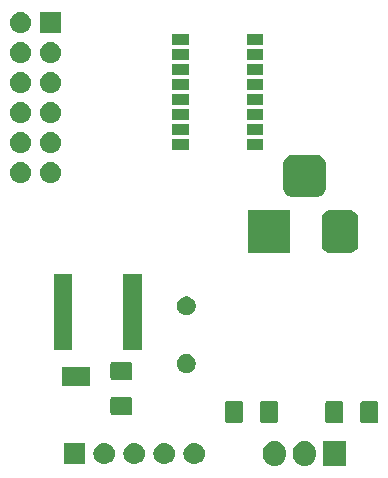
<source format=gbr>
G04 #@! TF.GenerationSoftware,KiCad,Pcbnew,(5.1.4)-1*
G04 #@! TF.CreationDate,2019-11-16T21:39:15+01:00*
G04 #@! TF.ProjectId,LEDClockControl,4c454443-6c6f-4636-9b43-6f6e74726f6c,rev?*
G04 #@! TF.SameCoordinates,Original*
G04 #@! TF.FileFunction,Soldermask,Top*
G04 #@! TF.FilePolarity,Negative*
%FSLAX46Y46*%
G04 Gerber Fmt 4.6, Leading zero omitted, Abs format (unit mm)*
G04 Created by KiCad (PCBNEW (5.1.4)-1) date 2019-11-16 21:39:15*
%MOMM*%
%LPD*%
G04 APERTURE LIST*
%ADD10C,0.100000*%
G04 APERTURE END LIST*
D10*
G36*
X176156720Y-130463520D02*
G01*
X176345881Y-130520901D01*
X176520212Y-130614083D01*
X176673015Y-130739485D01*
X176798417Y-130892288D01*
X176842182Y-130974167D01*
X176891598Y-131066617D01*
X176891599Y-131066620D01*
X176948980Y-131255781D01*
X176963500Y-131403207D01*
X176963500Y-131596794D01*
X176948980Y-131744220D01*
X176891599Y-131933381D01*
X176798417Y-132107712D01*
X176673015Y-132260515D01*
X176520212Y-132385917D01*
X176438333Y-132429682D01*
X176345883Y-132479098D01*
X176345880Y-132479099D01*
X176156719Y-132536480D01*
X175960000Y-132555855D01*
X175763280Y-132536480D01*
X175574119Y-132479099D01*
X175399788Y-132385917D01*
X175246985Y-132260515D01*
X175121583Y-132107712D01*
X175065609Y-132002991D01*
X175028402Y-131933383D01*
X175002036Y-131846466D01*
X174971020Y-131744219D01*
X174956500Y-131596793D01*
X174956500Y-131403206D01*
X174971020Y-131255780D01*
X175028401Y-131066619D01*
X175121583Y-130892288D01*
X175246985Y-130739485D01*
X175399788Y-130614083D01*
X175574120Y-130520901D01*
X175763281Y-130463520D01*
X175960000Y-130444145D01*
X176156720Y-130463520D01*
X176156720Y-130463520D01*
G37*
G36*
X178696720Y-130463520D02*
G01*
X178885881Y-130520901D01*
X179060212Y-130614083D01*
X179213015Y-130739485D01*
X179338417Y-130892288D01*
X179382182Y-130974167D01*
X179431598Y-131066617D01*
X179431599Y-131066620D01*
X179488980Y-131255781D01*
X179503500Y-131403207D01*
X179503500Y-131596794D01*
X179488980Y-131744220D01*
X179431599Y-131933381D01*
X179338417Y-132107712D01*
X179213015Y-132260515D01*
X179060212Y-132385917D01*
X178978333Y-132429682D01*
X178885883Y-132479098D01*
X178885880Y-132479099D01*
X178696719Y-132536480D01*
X178500000Y-132555855D01*
X178303280Y-132536480D01*
X178114119Y-132479099D01*
X177939788Y-132385917D01*
X177786985Y-132260515D01*
X177661583Y-132107712D01*
X177605609Y-132002991D01*
X177568402Y-131933383D01*
X177542036Y-131846466D01*
X177511020Y-131744219D01*
X177496500Y-131596793D01*
X177496500Y-131403206D01*
X177511020Y-131255780D01*
X177568401Y-131066619D01*
X177661583Y-130892288D01*
X177786985Y-130739485D01*
X177939788Y-130614083D01*
X178114120Y-130520901D01*
X178303281Y-130463520D01*
X178500000Y-130444145D01*
X178696720Y-130463520D01*
X178696720Y-130463520D01*
G37*
G36*
X182043500Y-132551000D02*
G01*
X180036500Y-132551000D01*
X180036500Y-130449000D01*
X182043500Y-130449000D01*
X182043500Y-132551000D01*
X182043500Y-132551000D01*
G37*
G36*
X159901000Y-132401000D02*
G01*
X158099000Y-132401000D01*
X158099000Y-130599000D01*
X159901000Y-130599000D01*
X159901000Y-132401000D01*
X159901000Y-132401000D01*
G37*
G36*
X161650443Y-130605519D02*
G01*
X161716627Y-130612037D01*
X161886466Y-130663557D01*
X162042991Y-130747222D01*
X162078729Y-130776552D01*
X162180186Y-130859814D01*
X162263448Y-130961271D01*
X162292778Y-130997009D01*
X162376443Y-131153534D01*
X162427963Y-131323373D01*
X162445359Y-131500000D01*
X162427963Y-131676627D01*
X162376443Y-131846466D01*
X162292778Y-132002991D01*
X162263448Y-132038729D01*
X162180186Y-132140186D01*
X162078729Y-132223448D01*
X162042991Y-132252778D01*
X161886466Y-132336443D01*
X161716627Y-132387963D01*
X161650442Y-132394482D01*
X161584260Y-132401000D01*
X161495740Y-132401000D01*
X161429558Y-132394482D01*
X161363373Y-132387963D01*
X161193534Y-132336443D01*
X161037009Y-132252778D01*
X161001271Y-132223448D01*
X160899814Y-132140186D01*
X160816552Y-132038729D01*
X160787222Y-132002991D01*
X160703557Y-131846466D01*
X160652037Y-131676627D01*
X160634641Y-131500000D01*
X160652037Y-131323373D01*
X160703557Y-131153534D01*
X160787222Y-130997009D01*
X160816552Y-130961271D01*
X160899814Y-130859814D01*
X161001271Y-130776552D01*
X161037009Y-130747222D01*
X161193534Y-130663557D01*
X161363373Y-130612037D01*
X161429557Y-130605519D01*
X161495740Y-130599000D01*
X161584260Y-130599000D01*
X161650443Y-130605519D01*
X161650443Y-130605519D01*
G37*
G36*
X164190443Y-130605519D02*
G01*
X164256627Y-130612037D01*
X164426466Y-130663557D01*
X164582991Y-130747222D01*
X164618729Y-130776552D01*
X164720186Y-130859814D01*
X164803448Y-130961271D01*
X164832778Y-130997009D01*
X164916443Y-131153534D01*
X164967963Y-131323373D01*
X164985359Y-131500000D01*
X164967963Y-131676627D01*
X164916443Y-131846466D01*
X164832778Y-132002991D01*
X164803448Y-132038729D01*
X164720186Y-132140186D01*
X164618729Y-132223448D01*
X164582991Y-132252778D01*
X164426466Y-132336443D01*
X164256627Y-132387963D01*
X164190442Y-132394482D01*
X164124260Y-132401000D01*
X164035740Y-132401000D01*
X163969558Y-132394482D01*
X163903373Y-132387963D01*
X163733534Y-132336443D01*
X163577009Y-132252778D01*
X163541271Y-132223448D01*
X163439814Y-132140186D01*
X163356552Y-132038729D01*
X163327222Y-132002991D01*
X163243557Y-131846466D01*
X163192037Y-131676627D01*
X163174641Y-131500000D01*
X163192037Y-131323373D01*
X163243557Y-131153534D01*
X163327222Y-130997009D01*
X163356552Y-130961271D01*
X163439814Y-130859814D01*
X163541271Y-130776552D01*
X163577009Y-130747222D01*
X163733534Y-130663557D01*
X163903373Y-130612037D01*
X163969557Y-130605519D01*
X164035740Y-130599000D01*
X164124260Y-130599000D01*
X164190443Y-130605519D01*
X164190443Y-130605519D01*
G37*
G36*
X166730443Y-130605519D02*
G01*
X166796627Y-130612037D01*
X166966466Y-130663557D01*
X167122991Y-130747222D01*
X167158729Y-130776552D01*
X167260186Y-130859814D01*
X167343448Y-130961271D01*
X167372778Y-130997009D01*
X167456443Y-131153534D01*
X167507963Y-131323373D01*
X167525359Y-131500000D01*
X167507963Y-131676627D01*
X167456443Y-131846466D01*
X167372778Y-132002991D01*
X167343448Y-132038729D01*
X167260186Y-132140186D01*
X167158729Y-132223448D01*
X167122991Y-132252778D01*
X166966466Y-132336443D01*
X166796627Y-132387963D01*
X166730442Y-132394482D01*
X166664260Y-132401000D01*
X166575740Y-132401000D01*
X166509558Y-132394482D01*
X166443373Y-132387963D01*
X166273534Y-132336443D01*
X166117009Y-132252778D01*
X166081271Y-132223448D01*
X165979814Y-132140186D01*
X165896552Y-132038729D01*
X165867222Y-132002991D01*
X165783557Y-131846466D01*
X165732037Y-131676627D01*
X165714641Y-131500000D01*
X165732037Y-131323373D01*
X165783557Y-131153534D01*
X165867222Y-130997009D01*
X165896552Y-130961271D01*
X165979814Y-130859814D01*
X166081271Y-130776552D01*
X166117009Y-130747222D01*
X166273534Y-130663557D01*
X166443373Y-130612037D01*
X166509557Y-130605519D01*
X166575740Y-130599000D01*
X166664260Y-130599000D01*
X166730443Y-130605519D01*
X166730443Y-130605519D01*
G37*
G36*
X169270443Y-130605519D02*
G01*
X169336627Y-130612037D01*
X169506466Y-130663557D01*
X169662991Y-130747222D01*
X169698729Y-130776552D01*
X169800186Y-130859814D01*
X169883448Y-130961271D01*
X169912778Y-130997009D01*
X169996443Y-131153534D01*
X170047963Y-131323373D01*
X170065359Y-131500000D01*
X170047963Y-131676627D01*
X169996443Y-131846466D01*
X169912778Y-132002991D01*
X169883448Y-132038729D01*
X169800186Y-132140186D01*
X169698729Y-132223448D01*
X169662991Y-132252778D01*
X169506466Y-132336443D01*
X169336627Y-132387963D01*
X169270442Y-132394482D01*
X169204260Y-132401000D01*
X169115740Y-132401000D01*
X169049558Y-132394482D01*
X168983373Y-132387963D01*
X168813534Y-132336443D01*
X168657009Y-132252778D01*
X168621271Y-132223448D01*
X168519814Y-132140186D01*
X168436552Y-132038729D01*
X168407222Y-132002991D01*
X168323557Y-131846466D01*
X168272037Y-131676627D01*
X168254641Y-131500000D01*
X168272037Y-131323373D01*
X168323557Y-131153534D01*
X168407222Y-130997009D01*
X168436552Y-130961271D01*
X168519814Y-130859814D01*
X168621271Y-130776552D01*
X168657009Y-130747222D01*
X168813534Y-130663557D01*
X168983373Y-130612037D01*
X169049557Y-130605519D01*
X169115740Y-130599000D01*
X169204260Y-130599000D01*
X169270443Y-130605519D01*
X169270443Y-130605519D01*
G37*
G36*
X173138062Y-127078181D02*
G01*
X173172981Y-127088774D01*
X173205163Y-127105976D01*
X173233373Y-127129127D01*
X173256524Y-127157337D01*
X173273726Y-127189519D01*
X173284319Y-127224438D01*
X173288500Y-127266895D01*
X173288500Y-128733105D01*
X173284319Y-128775562D01*
X173273726Y-128810481D01*
X173256524Y-128842663D01*
X173233373Y-128870873D01*
X173205163Y-128894024D01*
X173172981Y-128911226D01*
X173138062Y-128921819D01*
X173095605Y-128926000D01*
X171954395Y-128926000D01*
X171911938Y-128921819D01*
X171877019Y-128911226D01*
X171844837Y-128894024D01*
X171816627Y-128870873D01*
X171793476Y-128842663D01*
X171776274Y-128810481D01*
X171765681Y-128775562D01*
X171761500Y-128733105D01*
X171761500Y-127266895D01*
X171765681Y-127224438D01*
X171776274Y-127189519D01*
X171793476Y-127157337D01*
X171816627Y-127129127D01*
X171844837Y-127105976D01*
X171877019Y-127088774D01*
X171911938Y-127078181D01*
X171954395Y-127074000D01*
X173095605Y-127074000D01*
X173138062Y-127078181D01*
X173138062Y-127078181D01*
G37*
G36*
X176113062Y-127078181D02*
G01*
X176147981Y-127088774D01*
X176180163Y-127105976D01*
X176208373Y-127129127D01*
X176231524Y-127157337D01*
X176248726Y-127189519D01*
X176259319Y-127224438D01*
X176263500Y-127266895D01*
X176263500Y-128733105D01*
X176259319Y-128775562D01*
X176248726Y-128810481D01*
X176231524Y-128842663D01*
X176208373Y-128870873D01*
X176180163Y-128894024D01*
X176147981Y-128911226D01*
X176113062Y-128921819D01*
X176070605Y-128926000D01*
X174929395Y-128926000D01*
X174886938Y-128921819D01*
X174852019Y-128911226D01*
X174819837Y-128894024D01*
X174791627Y-128870873D01*
X174768476Y-128842663D01*
X174751274Y-128810481D01*
X174740681Y-128775562D01*
X174736500Y-128733105D01*
X174736500Y-127266895D01*
X174740681Y-127224438D01*
X174751274Y-127189519D01*
X174768476Y-127157337D01*
X174791627Y-127129127D01*
X174819837Y-127105976D01*
X174852019Y-127088774D01*
X174886938Y-127078181D01*
X174929395Y-127074000D01*
X176070605Y-127074000D01*
X176113062Y-127078181D01*
X176113062Y-127078181D01*
G37*
G36*
X181625562Y-127078181D02*
G01*
X181660481Y-127088774D01*
X181692663Y-127105976D01*
X181720873Y-127129127D01*
X181744024Y-127157337D01*
X181761226Y-127189519D01*
X181771819Y-127224438D01*
X181776000Y-127266895D01*
X181776000Y-128733105D01*
X181771819Y-128775562D01*
X181761226Y-128810481D01*
X181744024Y-128842663D01*
X181720873Y-128870873D01*
X181692663Y-128894024D01*
X181660481Y-128911226D01*
X181625562Y-128921819D01*
X181583105Y-128926000D01*
X180441895Y-128926000D01*
X180399438Y-128921819D01*
X180364519Y-128911226D01*
X180332337Y-128894024D01*
X180304127Y-128870873D01*
X180280976Y-128842663D01*
X180263774Y-128810481D01*
X180253181Y-128775562D01*
X180249000Y-128733105D01*
X180249000Y-127266895D01*
X180253181Y-127224438D01*
X180263774Y-127189519D01*
X180280976Y-127157337D01*
X180304127Y-127129127D01*
X180332337Y-127105976D01*
X180364519Y-127088774D01*
X180399438Y-127078181D01*
X180441895Y-127074000D01*
X181583105Y-127074000D01*
X181625562Y-127078181D01*
X181625562Y-127078181D01*
G37*
G36*
X184600562Y-127078181D02*
G01*
X184635481Y-127088774D01*
X184667663Y-127105976D01*
X184695873Y-127129127D01*
X184719024Y-127157337D01*
X184736226Y-127189519D01*
X184746819Y-127224438D01*
X184751000Y-127266895D01*
X184751000Y-128733105D01*
X184746819Y-128775562D01*
X184736226Y-128810481D01*
X184719024Y-128842663D01*
X184695873Y-128870873D01*
X184667663Y-128894024D01*
X184635481Y-128911226D01*
X184600562Y-128921819D01*
X184558105Y-128926000D01*
X183416895Y-128926000D01*
X183374438Y-128921819D01*
X183339519Y-128911226D01*
X183307337Y-128894024D01*
X183279127Y-128870873D01*
X183255976Y-128842663D01*
X183238774Y-128810481D01*
X183228181Y-128775562D01*
X183224000Y-128733105D01*
X183224000Y-127266895D01*
X183228181Y-127224438D01*
X183238774Y-127189519D01*
X183255976Y-127157337D01*
X183279127Y-127129127D01*
X183307337Y-127105976D01*
X183339519Y-127088774D01*
X183374438Y-127078181D01*
X183416895Y-127074000D01*
X184558105Y-127074000D01*
X184600562Y-127078181D01*
X184600562Y-127078181D01*
G37*
G36*
X163775562Y-126715681D02*
G01*
X163810481Y-126726274D01*
X163842663Y-126743476D01*
X163870873Y-126766627D01*
X163894024Y-126794837D01*
X163911226Y-126827019D01*
X163921819Y-126861938D01*
X163926000Y-126904395D01*
X163926000Y-128045605D01*
X163921819Y-128088062D01*
X163911226Y-128122981D01*
X163894024Y-128155163D01*
X163870873Y-128183373D01*
X163842663Y-128206524D01*
X163810481Y-128223726D01*
X163775562Y-128234319D01*
X163733105Y-128238500D01*
X162266895Y-128238500D01*
X162224438Y-128234319D01*
X162189519Y-128223726D01*
X162157337Y-128206524D01*
X162129127Y-128183373D01*
X162105976Y-128155163D01*
X162088774Y-128122981D01*
X162078181Y-128088062D01*
X162074000Y-128045605D01*
X162074000Y-126904395D01*
X162078181Y-126861938D01*
X162088774Y-126827019D01*
X162105976Y-126794837D01*
X162129127Y-126766627D01*
X162157337Y-126743476D01*
X162189519Y-126726274D01*
X162224438Y-126715681D01*
X162266895Y-126711500D01*
X163733105Y-126711500D01*
X163775562Y-126715681D01*
X163775562Y-126715681D01*
G37*
G36*
X160351000Y-125801000D02*
G01*
X157949000Y-125801000D01*
X157949000Y-124199000D01*
X160351000Y-124199000D01*
X160351000Y-125801000D01*
X160351000Y-125801000D01*
G37*
G36*
X163775562Y-123740681D02*
G01*
X163810481Y-123751274D01*
X163842663Y-123768476D01*
X163870873Y-123791627D01*
X163894024Y-123819837D01*
X163911226Y-123852019D01*
X163921819Y-123886938D01*
X163926000Y-123929395D01*
X163926000Y-125070605D01*
X163921819Y-125113062D01*
X163911226Y-125147981D01*
X163894024Y-125180163D01*
X163870873Y-125208373D01*
X163842663Y-125231524D01*
X163810481Y-125248726D01*
X163775562Y-125259319D01*
X163733105Y-125263500D01*
X162266895Y-125263500D01*
X162224438Y-125259319D01*
X162189519Y-125248726D01*
X162157337Y-125231524D01*
X162129127Y-125208373D01*
X162105976Y-125180163D01*
X162088774Y-125147981D01*
X162078181Y-125113062D01*
X162074000Y-125070605D01*
X162074000Y-123929395D01*
X162078181Y-123886938D01*
X162088774Y-123852019D01*
X162105976Y-123819837D01*
X162129127Y-123791627D01*
X162157337Y-123768476D01*
X162189519Y-123751274D01*
X162224438Y-123740681D01*
X162266895Y-123736500D01*
X163733105Y-123736500D01*
X163775562Y-123740681D01*
X163775562Y-123740681D01*
G37*
G36*
X168733642Y-123109781D02*
G01*
X168879414Y-123170162D01*
X168879416Y-123170163D01*
X169010608Y-123257822D01*
X169122178Y-123369392D01*
X169209837Y-123500584D01*
X169209838Y-123500586D01*
X169270219Y-123646358D01*
X169301000Y-123801107D01*
X169301000Y-123958893D01*
X169270219Y-124113642D01*
X169234862Y-124199000D01*
X169209837Y-124259416D01*
X169122178Y-124390608D01*
X169010608Y-124502178D01*
X168879416Y-124589837D01*
X168879415Y-124589838D01*
X168879414Y-124589838D01*
X168733642Y-124650219D01*
X168578893Y-124681000D01*
X168421107Y-124681000D01*
X168266358Y-124650219D01*
X168120586Y-124589838D01*
X168120585Y-124589838D01*
X168120584Y-124589837D01*
X167989392Y-124502178D01*
X167877822Y-124390608D01*
X167790163Y-124259416D01*
X167765138Y-124199000D01*
X167729781Y-124113642D01*
X167699000Y-123958893D01*
X167699000Y-123801107D01*
X167729781Y-123646358D01*
X167790162Y-123500586D01*
X167790163Y-123500584D01*
X167877822Y-123369392D01*
X167989392Y-123257822D01*
X168120584Y-123170163D01*
X168120586Y-123170162D01*
X168266358Y-123109781D01*
X168421107Y-123079000D01*
X168578893Y-123079000D01*
X168733642Y-123109781D01*
X168733642Y-123109781D01*
G37*
G36*
X164726000Y-122701000D02*
G01*
X163174000Y-122701000D01*
X163174000Y-116299000D01*
X164726000Y-116299000D01*
X164726000Y-122701000D01*
X164726000Y-122701000D01*
G37*
G36*
X158826000Y-122701000D02*
G01*
X157274000Y-122701000D01*
X157274000Y-116299000D01*
X158826000Y-116299000D01*
X158826000Y-122701000D01*
X158826000Y-122701000D01*
G37*
G36*
X168733642Y-118229781D02*
G01*
X168879414Y-118290162D01*
X168879416Y-118290163D01*
X169010608Y-118377822D01*
X169122178Y-118489392D01*
X169209837Y-118620584D01*
X169209838Y-118620586D01*
X169270219Y-118766358D01*
X169301000Y-118921107D01*
X169301000Y-119078893D01*
X169270219Y-119233642D01*
X169209838Y-119379414D01*
X169209837Y-119379416D01*
X169122178Y-119510608D01*
X169010608Y-119622178D01*
X168879416Y-119709837D01*
X168879415Y-119709838D01*
X168879414Y-119709838D01*
X168733642Y-119770219D01*
X168578893Y-119801000D01*
X168421107Y-119801000D01*
X168266358Y-119770219D01*
X168120586Y-119709838D01*
X168120585Y-119709838D01*
X168120584Y-119709837D01*
X167989392Y-119622178D01*
X167877822Y-119510608D01*
X167790163Y-119379416D01*
X167790162Y-119379414D01*
X167729781Y-119233642D01*
X167699000Y-119078893D01*
X167699000Y-118921107D01*
X167729781Y-118766358D01*
X167790162Y-118620586D01*
X167790163Y-118620584D01*
X167877822Y-118489392D01*
X167989392Y-118377822D01*
X168120584Y-118290163D01*
X168120586Y-118290162D01*
X168266358Y-118229781D01*
X168421107Y-118199000D01*
X168578893Y-118199000D01*
X168733642Y-118229781D01*
X168733642Y-118229781D01*
G37*
G36*
X177301000Y-114501000D02*
G01*
X173699000Y-114501000D01*
X173699000Y-110899000D01*
X177301000Y-110899000D01*
X177301000Y-114501000D01*
X177301000Y-114501000D01*
G37*
G36*
X182476979Y-110913293D02*
G01*
X182610625Y-110953834D01*
X182733784Y-111019664D01*
X182841740Y-111108260D01*
X182930336Y-111216216D01*
X182996166Y-111339375D01*
X183036707Y-111473021D01*
X183051000Y-111618140D01*
X183051000Y-113781860D01*
X183036707Y-113926979D01*
X182996166Y-114060625D01*
X182930336Y-114183784D01*
X182841740Y-114291740D01*
X182733784Y-114380336D01*
X182610625Y-114446166D01*
X182476979Y-114486707D01*
X182331860Y-114501000D01*
X180668140Y-114501000D01*
X180523021Y-114486707D01*
X180389375Y-114446166D01*
X180266216Y-114380336D01*
X180158260Y-114291740D01*
X180069664Y-114183784D01*
X180003834Y-114060625D01*
X179963293Y-113926979D01*
X179949000Y-113781860D01*
X179949000Y-111618140D01*
X179963293Y-111473021D01*
X180003834Y-111339375D01*
X180069664Y-111216216D01*
X180158260Y-111108260D01*
X180266216Y-111019664D01*
X180389375Y-110953834D01*
X180523021Y-110913293D01*
X180668140Y-110899000D01*
X182331860Y-110899000D01*
X182476979Y-110913293D01*
X182476979Y-110913293D01*
G37*
G36*
X179626366Y-106215695D02*
G01*
X179783460Y-106263349D01*
X179928231Y-106340731D01*
X180055128Y-106444872D01*
X180159269Y-106571769D01*
X180236651Y-106716540D01*
X180284305Y-106873634D01*
X180301000Y-107043140D01*
X180301000Y-108956860D01*
X180284305Y-109126366D01*
X180236651Y-109283460D01*
X180159269Y-109428231D01*
X180055128Y-109555128D01*
X179928231Y-109659269D01*
X179783460Y-109736651D01*
X179626366Y-109784305D01*
X179456860Y-109801000D01*
X177543140Y-109801000D01*
X177373634Y-109784305D01*
X177216540Y-109736651D01*
X177071769Y-109659269D01*
X176944872Y-109555128D01*
X176840731Y-109428231D01*
X176763349Y-109283460D01*
X176715695Y-109126366D01*
X176699000Y-108956860D01*
X176699000Y-107043140D01*
X176715695Y-106873634D01*
X176763349Y-106716540D01*
X176840731Y-106571769D01*
X176944872Y-106444872D01*
X177071769Y-106340731D01*
X177216540Y-106263349D01*
X177373634Y-106215695D01*
X177543140Y-106199000D01*
X179456860Y-106199000D01*
X179626366Y-106215695D01*
X179626366Y-106215695D01*
G37*
G36*
X157110443Y-106805519D02*
G01*
X157176627Y-106812037D01*
X157346466Y-106863557D01*
X157502991Y-106947222D01*
X157538729Y-106976552D01*
X157640186Y-107059814D01*
X157723448Y-107161271D01*
X157752778Y-107197009D01*
X157836443Y-107353534D01*
X157887963Y-107523373D01*
X157905359Y-107700000D01*
X157887963Y-107876627D01*
X157836443Y-108046466D01*
X157752778Y-108202991D01*
X157723448Y-108238729D01*
X157640186Y-108340186D01*
X157538729Y-108423448D01*
X157502991Y-108452778D01*
X157346466Y-108536443D01*
X157176627Y-108587963D01*
X157110443Y-108594481D01*
X157044260Y-108601000D01*
X156955740Y-108601000D01*
X156889557Y-108594481D01*
X156823373Y-108587963D01*
X156653534Y-108536443D01*
X156497009Y-108452778D01*
X156461271Y-108423448D01*
X156359814Y-108340186D01*
X156276552Y-108238729D01*
X156247222Y-108202991D01*
X156163557Y-108046466D01*
X156112037Y-107876627D01*
X156094641Y-107700000D01*
X156112037Y-107523373D01*
X156163557Y-107353534D01*
X156247222Y-107197009D01*
X156276552Y-107161271D01*
X156359814Y-107059814D01*
X156461271Y-106976552D01*
X156497009Y-106947222D01*
X156653534Y-106863557D01*
X156823373Y-106812037D01*
X156889557Y-106805519D01*
X156955740Y-106799000D01*
X157044260Y-106799000D01*
X157110443Y-106805519D01*
X157110443Y-106805519D01*
G37*
G36*
X154570443Y-106805519D02*
G01*
X154636627Y-106812037D01*
X154806466Y-106863557D01*
X154962991Y-106947222D01*
X154998729Y-106976552D01*
X155100186Y-107059814D01*
X155183448Y-107161271D01*
X155212778Y-107197009D01*
X155296443Y-107353534D01*
X155347963Y-107523373D01*
X155365359Y-107700000D01*
X155347963Y-107876627D01*
X155296443Y-108046466D01*
X155212778Y-108202991D01*
X155183448Y-108238729D01*
X155100186Y-108340186D01*
X154998729Y-108423448D01*
X154962991Y-108452778D01*
X154806466Y-108536443D01*
X154636627Y-108587963D01*
X154570443Y-108594481D01*
X154504260Y-108601000D01*
X154415740Y-108601000D01*
X154349557Y-108594481D01*
X154283373Y-108587963D01*
X154113534Y-108536443D01*
X153957009Y-108452778D01*
X153921271Y-108423448D01*
X153819814Y-108340186D01*
X153736552Y-108238729D01*
X153707222Y-108202991D01*
X153623557Y-108046466D01*
X153572037Y-107876627D01*
X153554641Y-107700000D01*
X153572037Y-107523373D01*
X153623557Y-107353534D01*
X153707222Y-107197009D01*
X153736552Y-107161271D01*
X153819814Y-107059814D01*
X153921271Y-106976552D01*
X153957009Y-106947222D01*
X154113534Y-106863557D01*
X154283373Y-106812037D01*
X154349557Y-106805519D01*
X154415740Y-106799000D01*
X154504260Y-106799000D01*
X154570443Y-106805519D01*
X154570443Y-106805519D01*
G37*
G36*
X157110442Y-104265518D02*
G01*
X157176627Y-104272037D01*
X157346466Y-104323557D01*
X157502991Y-104407222D01*
X157538729Y-104436552D01*
X157640186Y-104519814D01*
X157723448Y-104621271D01*
X157752778Y-104657009D01*
X157836443Y-104813534D01*
X157887963Y-104983373D01*
X157905359Y-105160000D01*
X157887963Y-105336627D01*
X157836443Y-105506466D01*
X157752778Y-105662991D01*
X157723448Y-105698729D01*
X157640186Y-105800186D01*
X157538729Y-105883448D01*
X157502991Y-105912778D01*
X157346466Y-105996443D01*
X157176627Y-106047963D01*
X157110442Y-106054482D01*
X157044260Y-106061000D01*
X156955740Y-106061000D01*
X156889558Y-106054482D01*
X156823373Y-106047963D01*
X156653534Y-105996443D01*
X156497009Y-105912778D01*
X156461271Y-105883448D01*
X156359814Y-105800186D01*
X156276552Y-105698729D01*
X156247222Y-105662991D01*
X156163557Y-105506466D01*
X156112037Y-105336627D01*
X156094641Y-105160000D01*
X156112037Y-104983373D01*
X156163557Y-104813534D01*
X156247222Y-104657009D01*
X156276552Y-104621271D01*
X156359814Y-104519814D01*
X156461271Y-104436552D01*
X156497009Y-104407222D01*
X156653534Y-104323557D01*
X156823373Y-104272037D01*
X156889558Y-104265518D01*
X156955740Y-104259000D01*
X157044260Y-104259000D01*
X157110442Y-104265518D01*
X157110442Y-104265518D01*
G37*
G36*
X154570442Y-104265518D02*
G01*
X154636627Y-104272037D01*
X154806466Y-104323557D01*
X154962991Y-104407222D01*
X154998729Y-104436552D01*
X155100186Y-104519814D01*
X155183448Y-104621271D01*
X155212778Y-104657009D01*
X155296443Y-104813534D01*
X155347963Y-104983373D01*
X155365359Y-105160000D01*
X155347963Y-105336627D01*
X155296443Y-105506466D01*
X155212778Y-105662991D01*
X155183448Y-105698729D01*
X155100186Y-105800186D01*
X154998729Y-105883448D01*
X154962991Y-105912778D01*
X154806466Y-105996443D01*
X154636627Y-106047963D01*
X154570442Y-106054482D01*
X154504260Y-106061000D01*
X154415740Y-106061000D01*
X154349558Y-106054482D01*
X154283373Y-106047963D01*
X154113534Y-105996443D01*
X153957009Y-105912778D01*
X153921271Y-105883448D01*
X153819814Y-105800186D01*
X153736552Y-105698729D01*
X153707222Y-105662991D01*
X153623557Y-105506466D01*
X153572037Y-105336627D01*
X153554641Y-105160000D01*
X153572037Y-104983373D01*
X153623557Y-104813534D01*
X153707222Y-104657009D01*
X153736552Y-104621271D01*
X153819814Y-104519814D01*
X153921271Y-104436552D01*
X153957009Y-104407222D01*
X154113534Y-104323557D01*
X154283373Y-104272037D01*
X154349558Y-104265518D01*
X154415740Y-104259000D01*
X154504260Y-104259000D01*
X154570442Y-104265518D01*
X154570442Y-104265518D01*
G37*
G36*
X175001000Y-105811000D02*
G01*
X173599000Y-105811000D01*
X173599000Y-104909000D01*
X175001000Y-104909000D01*
X175001000Y-105811000D01*
X175001000Y-105811000D01*
G37*
G36*
X168701000Y-105811000D02*
G01*
X167299000Y-105811000D01*
X167299000Y-104909000D01*
X168701000Y-104909000D01*
X168701000Y-105811000D01*
X168701000Y-105811000D01*
G37*
G36*
X168701000Y-104531000D02*
G01*
X167299000Y-104531000D01*
X167299000Y-103629000D01*
X168701000Y-103629000D01*
X168701000Y-104531000D01*
X168701000Y-104531000D01*
G37*
G36*
X175001000Y-104531000D02*
G01*
X173599000Y-104531000D01*
X173599000Y-103629000D01*
X175001000Y-103629000D01*
X175001000Y-104531000D01*
X175001000Y-104531000D01*
G37*
G36*
X154570443Y-101725519D02*
G01*
X154636627Y-101732037D01*
X154806466Y-101783557D01*
X154962991Y-101867222D01*
X154998729Y-101896552D01*
X155100186Y-101979814D01*
X155183448Y-102081271D01*
X155212778Y-102117009D01*
X155296443Y-102273534D01*
X155347963Y-102443373D01*
X155365359Y-102620000D01*
X155347963Y-102796627D01*
X155296443Y-102966466D01*
X155212778Y-103122991D01*
X155183448Y-103158729D01*
X155100186Y-103260186D01*
X154998729Y-103343448D01*
X154962991Y-103372778D01*
X154806466Y-103456443D01*
X154636627Y-103507963D01*
X154570443Y-103514481D01*
X154504260Y-103521000D01*
X154415740Y-103521000D01*
X154349558Y-103514482D01*
X154283373Y-103507963D01*
X154113534Y-103456443D01*
X153957009Y-103372778D01*
X153921271Y-103343448D01*
X153819814Y-103260186D01*
X153736552Y-103158729D01*
X153707222Y-103122991D01*
X153623557Y-102966466D01*
X153572037Y-102796627D01*
X153554641Y-102620000D01*
X153572037Y-102443373D01*
X153623557Y-102273534D01*
X153707222Y-102117009D01*
X153736552Y-102081271D01*
X153819814Y-101979814D01*
X153921271Y-101896552D01*
X153957009Y-101867222D01*
X154113534Y-101783557D01*
X154283373Y-101732037D01*
X154349557Y-101725519D01*
X154415740Y-101719000D01*
X154504260Y-101719000D01*
X154570443Y-101725519D01*
X154570443Y-101725519D01*
G37*
G36*
X157110443Y-101725519D02*
G01*
X157176627Y-101732037D01*
X157346466Y-101783557D01*
X157502991Y-101867222D01*
X157538729Y-101896552D01*
X157640186Y-101979814D01*
X157723448Y-102081271D01*
X157752778Y-102117009D01*
X157836443Y-102273534D01*
X157887963Y-102443373D01*
X157905359Y-102620000D01*
X157887963Y-102796627D01*
X157836443Y-102966466D01*
X157752778Y-103122991D01*
X157723448Y-103158729D01*
X157640186Y-103260186D01*
X157538729Y-103343448D01*
X157502991Y-103372778D01*
X157346466Y-103456443D01*
X157176627Y-103507963D01*
X157110443Y-103514481D01*
X157044260Y-103521000D01*
X156955740Y-103521000D01*
X156889558Y-103514482D01*
X156823373Y-103507963D01*
X156653534Y-103456443D01*
X156497009Y-103372778D01*
X156461271Y-103343448D01*
X156359814Y-103260186D01*
X156276552Y-103158729D01*
X156247222Y-103122991D01*
X156163557Y-102966466D01*
X156112037Y-102796627D01*
X156094641Y-102620000D01*
X156112037Y-102443373D01*
X156163557Y-102273534D01*
X156247222Y-102117009D01*
X156276552Y-102081271D01*
X156359814Y-101979814D01*
X156461271Y-101896552D01*
X156497009Y-101867222D01*
X156653534Y-101783557D01*
X156823373Y-101732037D01*
X156889557Y-101725519D01*
X156955740Y-101719000D01*
X157044260Y-101719000D01*
X157110443Y-101725519D01*
X157110443Y-101725519D01*
G37*
G36*
X175001000Y-103271000D02*
G01*
X173599000Y-103271000D01*
X173599000Y-102369000D01*
X175001000Y-102369000D01*
X175001000Y-103271000D01*
X175001000Y-103271000D01*
G37*
G36*
X168701000Y-103271000D02*
G01*
X167299000Y-103271000D01*
X167299000Y-102369000D01*
X168701000Y-102369000D01*
X168701000Y-103271000D01*
X168701000Y-103271000D01*
G37*
G36*
X168701000Y-102001000D02*
G01*
X167299000Y-102001000D01*
X167299000Y-101099000D01*
X168701000Y-101099000D01*
X168701000Y-102001000D01*
X168701000Y-102001000D01*
G37*
G36*
X175001000Y-102001000D02*
G01*
X173599000Y-102001000D01*
X173599000Y-101099000D01*
X175001000Y-101099000D01*
X175001000Y-102001000D01*
X175001000Y-102001000D01*
G37*
G36*
X154570442Y-99185518D02*
G01*
X154636627Y-99192037D01*
X154806466Y-99243557D01*
X154962991Y-99327222D01*
X154998729Y-99356552D01*
X155100186Y-99439814D01*
X155183448Y-99541271D01*
X155212778Y-99577009D01*
X155296443Y-99733534D01*
X155347963Y-99903373D01*
X155365359Y-100080000D01*
X155347963Y-100256627D01*
X155296443Y-100426466D01*
X155212778Y-100582991D01*
X155183448Y-100618729D01*
X155100186Y-100720186D01*
X154998729Y-100803448D01*
X154962991Y-100832778D01*
X154806466Y-100916443D01*
X154636627Y-100967963D01*
X154570442Y-100974482D01*
X154504260Y-100981000D01*
X154415740Y-100981000D01*
X154349558Y-100974482D01*
X154283373Y-100967963D01*
X154113534Y-100916443D01*
X153957009Y-100832778D01*
X153921271Y-100803448D01*
X153819814Y-100720186D01*
X153736552Y-100618729D01*
X153707222Y-100582991D01*
X153623557Y-100426466D01*
X153572037Y-100256627D01*
X153554641Y-100080000D01*
X153572037Y-99903373D01*
X153623557Y-99733534D01*
X153707222Y-99577009D01*
X153736552Y-99541271D01*
X153819814Y-99439814D01*
X153921271Y-99356552D01*
X153957009Y-99327222D01*
X154113534Y-99243557D01*
X154283373Y-99192037D01*
X154349558Y-99185518D01*
X154415740Y-99179000D01*
X154504260Y-99179000D01*
X154570442Y-99185518D01*
X154570442Y-99185518D01*
G37*
G36*
X157110442Y-99185518D02*
G01*
X157176627Y-99192037D01*
X157346466Y-99243557D01*
X157502991Y-99327222D01*
X157538729Y-99356552D01*
X157640186Y-99439814D01*
X157723448Y-99541271D01*
X157752778Y-99577009D01*
X157836443Y-99733534D01*
X157887963Y-99903373D01*
X157905359Y-100080000D01*
X157887963Y-100256627D01*
X157836443Y-100426466D01*
X157752778Y-100582991D01*
X157723448Y-100618729D01*
X157640186Y-100720186D01*
X157538729Y-100803448D01*
X157502991Y-100832778D01*
X157346466Y-100916443D01*
X157176627Y-100967963D01*
X157110442Y-100974482D01*
X157044260Y-100981000D01*
X156955740Y-100981000D01*
X156889558Y-100974482D01*
X156823373Y-100967963D01*
X156653534Y-100916443D01*
X156497009Y-100832778D01*
X156461271Y-100803448D01*
X156359814Y-100720186D01*
X156276552Y-100618729D01*
X156247222Y-100582991D01*
X156163557Y-100426466D01*
X156112037Y-100256627D01*
X156094641Y-100080000D01*
X156112037Y-99903373D01*
X156163557Y-99733534D01*
X156247222Y-99577009D01*
X156276552Y-99541271D01*
X156359814Y-99439814D01*
X156461271Y-99356552D01*
X156497009Y-99327222D01*
X156653534Y-99243557D01*
X156823373Y-99192037D01*
X156889558Y-99185518D01*
X156955740Y-99179000D01*
X157044260Y-99179000D01*
X157110442Y-99185518D01*
X157110442Y-99185518D01*
G37*
G36*
X168701000Y-100721000D02*
G01*
X167299000Y-100721000D01*
X167299000Y-99819000D01*
X168701000Y-99819000D01*
X168701000Y-100721000D01*
X168701000Y-100721000D01*
G37*
G36*
X175001000Y-100721000D02*
G01*
X173599000Y-100721000D01*
X173599000Y-99819000D01*
X175001000Y-99819000D01*
X175001000Y-100721000D01*
X175001000Y-100721000D01*
G37*
G36*
X168701000Y-99451000D02*
G01*
X167299000Y-99451000D01*
X167299000Y-98549000D01*
X168701000Y-98549000D01*
X168701000Y-99451000D01*
X168701000Y-99451000D01*
G37*
G36*
X175001000Y-99451000D02*
G01*
X173599000Y-99451000D01*
X173599000Y-98549000D01*
X175001000Y-98549000D01*
X175001000Y-99451000D01*
X175001000Y-99451000D01*
G37*
G36*
X157110442Y-96645518D02*
G01*
X157176627Y-96652037D01*
X157346466Y-96703557D01*
X157502991Y-96787222D01*
X157538729Y-96816552D01*
X157640186Y-96899814D01*
X157723448Y-97001271D01*
X157752778Y-97037009D01*
X157836443Y-97193534D01*
X157887963Y-97363373D01*
X157905359Y-97540000D01*
X157887963Y-97716627D01*
X157836443Y-97886466D01*
X157752778Y-98042991D01*
X157723448Y-98078729D01*
X157640186Y-98180186D01*
X157538729Y-98263448D01*
X157502991Y-98292778D01*
X157346466Y-98376443D01*
X157176627Y-98427963D01*
X157110442Y-98434482D01*
X157044260Y-98441000D01*
X156955740Y-98441000D01*
X156889557Y-98434481D01*
X156823373Y-98427963D01*
X156653534Y-98376443D01*
X156497009Y-98292778D01*
X156461271Y-98263448D01*
X156359814Y-98180186D01*
X156276552Y-98078729D01*
X156247222Y-98042991D01*
X156163557Y-97886466D01*
X156112037Y-97716627D01*
X156094641Y-97540000D01*
X156112037Y-97363373D01*
X156163557Y-97193534D01*
X156247222Y-97037009D01*
X156276552Y-97001271D01*
X156359814Y-96899814D01*
X156461271Y-96816552D01*
X156497009Y-96787222D01*
X156653534Y-96703557D01*
X156823373Y-96652037D01*
X156889558Y-96645518D01*
X156955740Y-96639000D01*
X157044260Y-96639000D01*
X157110442Y-96645518D01*
X157110442Y-96645518D01*
G37*
G36*
X154570442Y-96645518D02*
G01*
X154636627Y-96652037D01*
X154806466Y-96703557D01*
X154962991Y-96787222D01*
X154998729Y-96816552D01*
X155100186Y-96899814D01*
X155183448Y-97001271D01*
X155212778Y-97037009D01*
X155296443Y-97193534D01*
X155347963Y-97363373D01*
X155365359Y-97540000D01*
X155347963Y-97716627D01*
X155296443Y-97886466D01*
X155212778Y-98042991D01*
X155183448Y-98078729D01*
X155100186Y-98180186D01*
X154998729Y-98263448D01*
X154962991Y-98292778D01*
X154806466Y-98376443D01*
X154636627Y-98427963D01*
X154570442Y-98434482D01*
X154504260Y-98441000D01*
X154415740Y-98441000D01*
X154349557Y-98434481D01*
X154283373Y-98427963D01*
X154113534Y-98376443D01*
X153957009Y-98292778D01*
X153921271Y-98263448D01*
X153819814Y-98180186D01*
X153736552Y-98078729D01*
X153707222Y-98042991D01*
X153623557Y-97886466D01*
X153572037Y-97716627D01*
X153554641Y-97540000D01*
X153572037Y-97363373D01*
X153623557Y-97193534D01*
X153707222Y-97037009D01*
X153736552Y-97001271D01*
X153819814Y-96899814D01*
X153921271Y-96816552D01*
X153957009Y-96787222D01*
X154113534Y-96703557D01*
X154283373Y-96652037D01*
X154349558Y-96645518D01*
X154415740Y-96639000D01*
X154504260Y-96639000D01*
X154570442Y-96645518D01*
X154570442Y-96645518D01*
G37*
G36*
X168701000Y-98191000D02*
G01*
X167299000Y-98191000D01*
X167299000Y-97289000D01*
X168701000Y-97289000D01*
X168701000Y-98191000D01*
X168701000Y-98191000D01*
G37*
G36*
X175001000Y-98191000D02*
G01*
X173599000Y-98191000D01*
X173599000Y-97289000D01*
X175001000Y-97289000D01*
X175001000Y-98191000D01*
X175001000Y-98191000D01*
G37*
G36*
X168701000Y-96911000D02*
G01*
X167299000Y-96911000D01*
X167299000Y-96009000D01*
X168701000Y-96009000D01*
X168701000Y-96911000D01*
X168701000Y-96911000D01*
G37*
G36*
X175001000Y-96911000D02*
G01*
X173599000Y-96911000D01*
X173599000Y-96009000D01*
X175001000Y-96009000D01*
X175001000Y-96911000D01*
X175001000Y-96911000D01*
G37*
G36*
X154570443Y-94105519D02*
G01*
X154636627Y-94112037D01*
X154806466Y-94163557D01*
X154962991Y-94247222D01*
X154998729Y-94276552D01*
X155100186Y-94359814D01*
X155183448Y-94461271D01*
X155212778Y-94497009D01*
X155296443Y-94653534D01*
X155347963Y-94823373D01*
X155365359Y-95000000D01*
X155347963Y-95176627D01*
X155296443Y-95346466D01*
X155212778Y-95502991D01*
X155183448Y-95538729D01*
X155100186Y-95640186D01*
X154998729Y-95723448D01*
X154962991Y-95752778D01*
X154806466Y-95836443D01*
X154636627Y-95887963D01*
X154570443Y-95894481D01*
X154504260Y-95901000D01*
X154415740Y-95901000D01*
X154349557Y-95894481D01*
X154283373Y-95887963D01*
X154113534Y-95836443D01*
X153957009Y-95752778D01*
X153921271Y-95723448D01*
X153819814Y-95640186D01*
X153736552Y-95538729D01*
X153707222Y-95502991D01*
X153623557Y-95346466D01*
X153572037Y-95176627D01*
X153554641Y-95000000D01*
X153572037Y-94823373D01*
X153623557Y-94653534D01*
X153707222Y-94497009D01*
X153736552Y-94461271D01*
X153819814Y-94359814D01*
X153921271Y-94276552D01*
X153957009Y-94247222D01*
X154113534Y-94163557D01*
X154283373Y-94112037D01*
X154349557Y-94105519D01*
X154415740Y-94099000D01*
X154504260Y-94099000D01*
X154570443Y-94105519D01*
X154570443Y-94105519D01*
G37*
G36*
X157901000Y-95901000D02*
G01*
X156099000Y-95901000D01*
X156099000Y-94099000D01*
X157901000Y-94099000D01*
X157901000Y-95901000D01*
X157901000Y-95901000D01*
G37*
M02*

</source>
